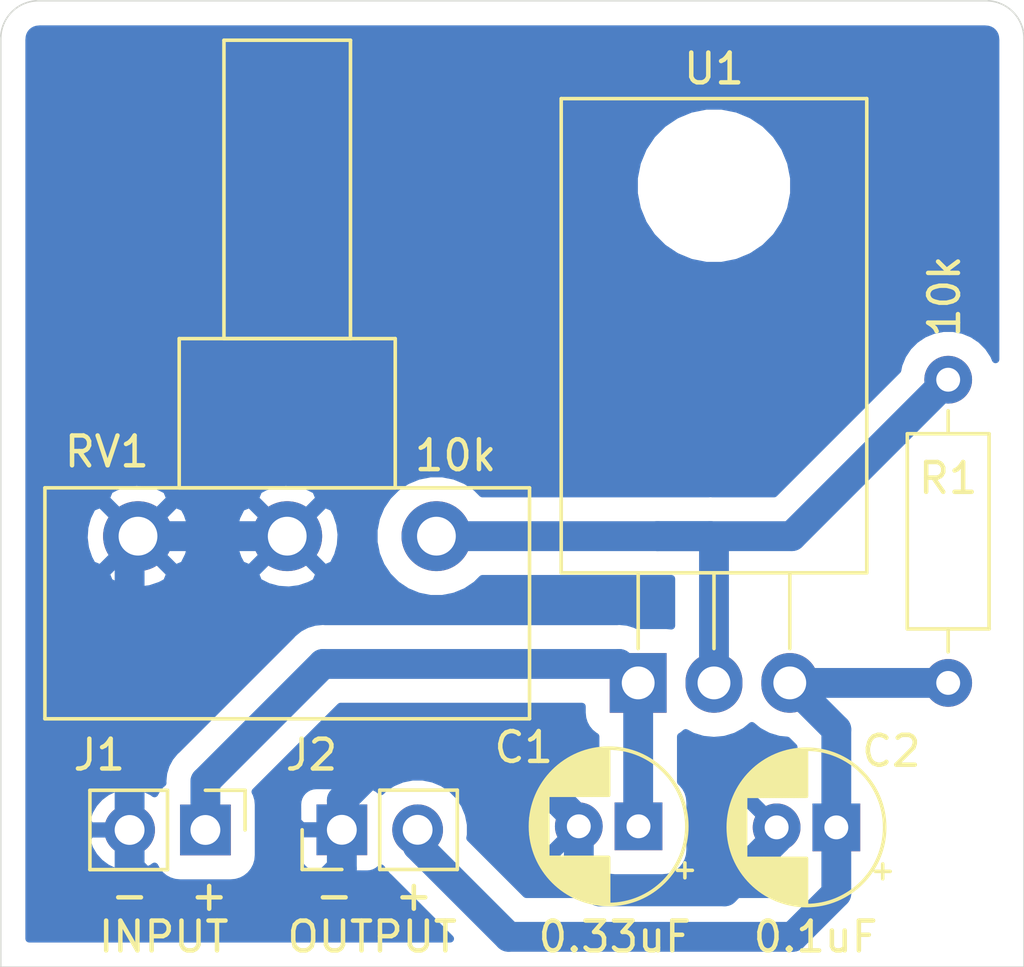
<source format=kicad_pcb>
(kicad_pcb (version 20171130) (host pcbnew "(5.1.5)-2")

  (general
    (thickness 1.6)
    (drawings 12)
    (tracks 39)
    (zones 0)
    (modules 7)
    (nets 5)
  )

  (page A4)
  (layers
    (0 F.Cu signal)
    (31 B.Cu signal)
    (32 B.Adhes user)
    (33 F.Adhes user)
    (34 B.Paste user)
    (35 F.Paste user)
    (36 B.SilkS user)
    (37 F.SilkS user)
    (38 B.Mask user)
    (39 F.Mask user)
    (40 Dwgs.User user)
    (41 Cmts.User user)
    (42 Eco1.User user)
    (43 Eco2.User user)
    (44 Edge.Cuts user)
    (45 Margin user)
    (46 B.CrtYd user)
    (47 F.CrtYd user)
    (48 B.Fab user)
    (49 F.Fab user)
  )

  (setup
    (last_trace_width 1)
    (user_trace_width 1)
    (trace_clearance 0.2)
    (zone_clearance 0.508)
    (zone_45_only no)
    (trace_min 0.2)
    (via_size 0.8)
    (via_drill 0.4)
    (via_min_size 0.4)
    (via_min_drill 0.3)
    (uvia_size 0.3)
    (uvia_drill 0.1)
    (uvias_allowed no)
    (uvia_min_size 0.2)
    (uvia_min_drill 0.1)
    (edge_width 0.05)
    (segment_width 0.2)
    (pcb_text_width 0.3)
    (pcb_text_size 1.5 1.5)
    (mod_edge_width 0.12)
    (mod_text_size 1 1)
    (mod_text_width 0.15)
    (pad_size 1.524 1.524)
    (pad_drill 0.762)
    (pad_to_mask_clearance 0.051)
    (solder_mask_min_width 0.25)
    (aux_axis_origin 0 0)
    (visible_elements FFFFFF7F)
    (pcbplotparams
      (layerselection 0x010fc_ffffffff)
      (usegerberextensions false)
      (usegerberattributes false)
      (usegerberadvancedattributes false)
      (creategerberjobfile false)
      (excludeedgelayer true)
      (linewidth 0.100000)
      (plotframeref false)
      (viasonmask false)
      (mode 1)
      (useauxorigin false)
      (hpglpennumber 1)
      (hpglpenspeed 20)
      (hpglpendiameter 15.000000)
      (psnegative false)
      (psa4output false)
      (plotreference true)
      (plotvalue true)
      (plotinvisibletext false)
      (padsonsilk false)
      (subtractmaskfromsilk false)
      (outputformat 1)
      (mirror false)
      (drillshape 1)
      (scaleselection 1)
      (outputdirectory ""))
  )

  (net 0 "")
  (net 1 "Net-(C1-Pad1)")
  (net 2 GND)
  (net 3 "Net-(C2-Pad1)")
  (net 4 "Net-(R1-Pad2)")

  (net_class Default "This is the default net class."
    (clearance 0.2)
    (trace_width 0.25)
    (via_dia 0.8)
    (via_drill 0.4)
    (uvia_dia 0.3)
    (uvia_drill 0.1)
    (add_net GND)
    (add_net "Net-(C1-Pad1)")
    (add_net "Net-(C2-Pad1)")
    (add_net "Net-(R1-Pad2)")
  )

  (module Capacitor_THT:CP_Radial_D5.0mm_P2.00mm (layer F.Cu) (tedit 5AE50EF0) (tstamp 5E56FAC7)
    (at 98.20656 54.97068 180)
    (descr "CP, Radial series, Radial, pin pitch=2.00mm, , diameter=5mm, Electrolytic Capacitor")
    (tags "CP Radial series Radial pin pitch 2.00mm  diameter 5mm Electrolytic Capacitor")
    (path /5E56A044)
    (fp_text reference C1 (at 3.84556 2.64668) (layer F.SilkS)
      (effects (font (size 1 1) (thickness 0.15)))
    )
    (fp_text value 0.33uF (at 0.79756 -3.70332) (layer F.SilkS)
      (effects (font (size 1 1) (thickness 0.15)))
    )
    (fp_circle (center 1 0) (end 3.5 0) (layer F.Fab) (width 0.1))
    (fp_circle (center 1 0) (end 3.62 0) (layer F.SilkS) (width 0.12))
    (fp_circle (center 1 0) (end 3.75 0) (layer F.CrtYd) (width 0.05))
    (fp_line (start -1.133605 -1.0875) (end -0.633605 -1.0875) (layer F.Fab) (width 0.1))
    (fp_line (start -0.883605 -1.3375) (end -0.883605 -0.8375) (layer F.Fab) (width 0.1))
    (fp_line (start 1 1.04) (end 1 2.58) (layer F.SilkS) (width 0.12))
    (fp_line (start 1 -2.58) (end 1 -1.04) (layer F.SilkS) (width 0.12))
    (fp_line (start 1.04 1.04) (end 1.04 2.58) (layer F.SilkS) (width 0.12))
    (fp_line (start 1.04 -2.58) (end 1.04 -1.04) (layer F.SilkS) (width 0.12))
    (fp_line (start 1.08 -2.579) (end 1.08 -1.04) (layer F.SilkS) (width 0.12))
    (fp_line (start 1.08 1.04) (end 1.08 2.579) (layer F.SilkS) (width 0.12))
    (fp_line (start 1.12 -2.578) (end 1.12 -1.04) (layer F.SilkS) (width 0.12))
    (fp_line (start 1.12 1.04) (end 1.12 2.578) (layer F.SilkS) (width 0.12))
    (fp_line (start 1.16 -2.576) (end 1.16 -1.04) (layer F.SilkS) (width 0.12))
    (fp_line (start 1.16 1.04) (end 1.16 2.576) (layer F.SilkS) (width 0.12))
    (fp_line (start 1.2 -2.573) (end 1.2 -1.04) (layer F.SilkS) (width 0.12))
    (fp_line (start 1.2 1.04) (end 1.2 2.573) (layer F.SilkS) (width 0.12))
    (fp_line (start 1.24 -2.569) (end 1.24 -1.04) (layer F.SilkS) (width 0.12))
    (fp_line (start 1.24 1.04) (end 1.24 2.569) (layer F.SilkS) (width 0.12))
    (fp_line (start 1.28 -2.565) (end 1.28 -1.04) (layer F.SilkS) (width 0.12))
    (fp_line (start 1.28 1.04) (end 1.28 2.565) (layer F.SilkS) (width 0.12))
    (fp_line (start 1.32 -2.561) (end 1.32 -1.04) (layer F.SilkS) (width 0.12))
    (fp_line (start 1.32 1.04) (end 1.32 2.561) (layer F.SilkS) (width 0.12))
    (fp_line (start 1.36 -2.556) (end 1.36 -1.04) (layer F.SilkS) (width 0.12))
    (fp_line (start 1.36 1.04) (end 1.36 2.556) (layer F.SilkS) (width 0.12))
    (fp_line (start 1.4 -2.55) (end 1.4 -1.04) (layer F.SilkS) (width 0.12))
    (fp_line (start 1.4 1.04) (end 1.4 2.55) (layer F.SilkS) (width 0.12))
    (fp_line (start 1.44 -2.543) (end 1.44 -1.04) (layer F.SilkS) (width 0.12))
    (fp_line (start 1.44 1.04) (end 1.44 2.543) (layer F.SilkS) (width 0.12))
    (fp_line (start 1.48 -2.536) (end 1.48 -1.04) (layer F.SilkS) (width 0.12))
    (fp_line (start 1.48 1.04) (end 1.48 2.536) (layer F.SilkS) (width 0.12))
    (fp_line (start 1.52 -2.528) (end 1.52 -1.04) (layer F.SilkS) (width 0.12))
    (fp_line (start 1.52 1.04) (end 1.52 2.528) (layer F.SilkS) (width 0.12))
    (fp_line (start 1.56 -2.52) (end 1.56 -1.04) (layer F.SilkS) (width 0.12))
    (fp_line (start 1.56 1.04) (end 1.56 2.52) (layer F.SilkS) (width 0.12))
    (fp_line (start 1.6 -2.511) (end 1.6 -1.04) (layer F.SilkS) (width 0.12))
    (fp_line (start 1.6 1.04) (end 1.6 2.511) (layer F.SilkS) (width 0.12))
    (fp_line (start 1.64 -2.501) (end 1.64 -1.04) (layer F.SilkS) (width 0.12))
    (fp_line (start 1.64 1.04) (end 1.64 2.501) (layer F.SilkS) (width 0.12))
    (fp_line (start 1.68 -2.491) (end 1.68 -1.04) (layer F.SilkS) (width 0.12))
    (fp_line (start 1.68 1.04) (end 1.68 2.491) (layer F.SilkS) (width 0.12))
    (fp_line (start 1.721 -2.48) (end 1.721 -1.04) (layer F.SilkS) (width 0.12))
    (fp_line (start 1.721 1.04) (end 1.721 2.48) (layer F.SilkS) (width 0.12))
    (fp_line (start 1.761 -2.468) (end 1.761 -1.04) (layer F.SilkS) (width 0.12))
    (fp_line (start 1.761 1.04) (end 1.761 2.468) (layer F.SilkS) (width 0.12))
    (fp_line (start 1.801 -2.455) (end 1.801 -1.04) (layer F.SilkS) (width 0.12))
    (fp_line (start 1.801 1.04) (end 1.801 2.455) (layer F.SilkS) (width 0.12))
    (fp_line (start 1.841 -2.442) (end 1.841 -1.04) (layer F.SilkS) (width 0.12))
    (fp_line (start 1.841 1.04) (end 1.841 2.442) (layer F.SilkS) (width 0.12))
    (fp_line (start 1.881 -2.428) (end 1.881 -1.04) (layer F.SilkS) (width 0.12))
    (fp_line (start 1.881 1.04) (end 1.881 2.428) (layer F.SilkS) (width 0.12))
    (fp_line (start 1.921 -2.414) (end 1.921 -1.04) (layer F.SilkS) (width 0.12))
    (fp_line (start 1.921 1.04) (end 1.921 2.414) (layer F.SilkS) (width 0.12))
    (fp_line (start 1.961 -2.398) (end 1.961 -1.04) (layer F.SilkS) (width 0.12))
    (fp_line (start 1.961 1.04) (end 1.961 2.398) (layer F.SilkS) (width 0.12))
    (fp_line (start 2.001 -2.382) (end 2.001 -1.04) (layer F.SilkS) (width 0.12))
    (fp_line (start 2.001 1.04) (end 2.001 2.382) (layer F.SilkS) (width 0.12))
    (fp_line (start 2.041 -2.365) (end 2.041 -1.04) (layer F.SilkS) (width 0.12))
    (fp_line (start 2.041 1.04) (end 2.041 2.365) (layer F.SilkS) (width 0.12))
    (fp_line (start 2.081 -2.348) (end 2.081 -1.04) (layer F.SilkS) (width 0.12))
    (fp_line (start 2.081 1.04) (end 2.081 2.348) (layer F.SilkS) (width 0.12))
    (fp_line (start 2.121 -2.329) (end 2.121 -1.04) (layer F.SilkS) (width 0.12))
    (fp_line (start 2.121 1.04) (end 2.121 2.329) (layer F.SilkS) (width 0.12))
    (fp_line (start 2.161 -2.31) (end 2.161 -1.04) (layer F.SilkS) (width 0.12))
    (fp_line (start 2.161 1.04) (end 2.161 2.31) (layer F.SilkS) (width 0.12))
    (fp_line (start 2.201 -2.29) (end 2.201 -1.04) (layer F.SilkS) (width 0.12))
    (fp_line (start 2.201 1.04) (end 2.201 2.29) (layer F.SilkS) (width 0.12))
    (fp_line (start 2.241 -2.268) (end 2.241 -1.04) (layer F.SilkS) (width 0.12))
    (fp_line (start 2.241 1.04) (end 2.241 2.268) (layer F.SilkS) (width 0.12))
    (fp_line (start 2.281 -2.247) (end 2.281 -1.04) (layer F.SilkS) (width 0.12))
    (fp_line (start 2.281 1.04) (end 2.281 2.247) (layer F.SilkS) (width 0.12))
    (fp_line (start 2.321 -2.224) (end 2.321 -1.04) (layer F.SilkS) (width 0.12))
    (fp_line (start 2.321 1.04) (end 2.321 2.224) (layer F.SilkS) (width 0.12))
    (fp_line (start 2.361 -2.2) (end 2.361 -1.04) (layer F.SilkS) (width 0.12))
    (fp_line (start 2.361 1.04) (end 2.361 2.2) (layer F.SilkS) (width 0.12))
    (fp_line (start 2.401 -2.175) (end 2.401 -1.04) (layer F.SilkS) (width 0.12))
    (fp_line (start 2.401 1.04) (end 2.401 2.175) (layer F.SilkS) (width 0.12))
    (fp_line (start 2.441 -2.149) (end 2.441 -1.04) (layer F.SilkS) (width 0.12))
    (fp_line (start 2.441 1.04) (end 2.441 2.149) (layer F.SilkS) (width 0.12))
    (fp_line (start 2.481 -2.122) (end 2.481 -1.04) (layer F.SilkS) (width 0.12))
    (fp_line (start 2.481 1.04) (end 2.481 2.122) (layer F.SilkS) (width 0.12))
    (fp_line (start 2.521 -2.095) (end 2.521 -1.04) (layer F.SilkS) (width 0.12))
    (fp_line (start 2.521 1.04) (end 2.521 2.095) (layer F.SilkS) (width 0.12))
    (fp_line (start 2.561 -2.065) (end 2.561 -1.04) (layer F.SilkS) (width 0.12))
    (fp_line (start 2.561 1.04) (end 2.561 2.065) (layer F.SilkS) (width 0.12))
    (fp_line (start 2.601 -2.035) (end 2.601 -1.04) (layer F.SilkS) (width 0.12))
    (fp_line (start 2.601 1.04) (end 2.601 2.035) (layer F.SilkS) (width 0.12))
    (fp_line (start 2.641 -2.004) (end 2.641 -1.04) (layer F.SilkS) (width 0.12))
    (fp_line (start 2.641 1.04) (end 2.641 2.004) (layer F.SilkS) (width 0.12))
    (fp_line (start 2.681 -1.971) (end 2.681 -1.04) (layer F.SilkS) (width 0.12))
    (fp_line (start 2.681 1.04) (end 2.681 1.971) (layer F.SilkS) (width 0.12))
    (fp_line (start 2.721 -1.937) (end 2.721 -1.04) (layer F.SilkS) (width 0.12))
    (fp_line (start 2.721 1.04) (end 2.721 1.937) (layer F.SilkS) (width 0.12))
    (fp_line (start 2.761 -1.901) (end 2.761 -1.04) (layer F.SilkS) (width 0.12))
    (fp_line (start 2.761 1.04) (end 2.761 1.901) (layer F.SilkS) (width 0.12))
    (fp_line (start 2.801 -1.864) (end 2.801 -1.04) (layer F.SilkS) (width 0.12))
    (fp_line (start 2.801 1.04) (end 2.801 1.864) (layer F.SilkS) (width 0.12))
    (fp_line (start 2.841 -1.826) (end 2.841 -1.04) (layer F.SilkS) (width 0.12))
    (fp_line (start 2.841 1.04) (end 2.841 1.826) (layer F.SilkS) (width 0.12))
    (fp_line (start 2.881 -1.785) (end 2.881 -1.04) (layer F.SilkS) (width 0.12))
    (fp_line (start 2.881 1.04) (end 2.881 1.785) (layer F.SilkS) (width 0.12))
    (fp_line (start 2.921 -1.743) (end 2.921 -1.04) (layer F.SilkS) (width 0.12))
    (fp_line (start 2.921 1.04) (end 2.921 1.743) (layer F.SilkS) (width 0.12))
    (fp_line (start 2.961 -1.699) (end 2.961 -1.04) (layer F.SilkS) (width 0.12))
    (fp_line (start 2.961 1.04) (end 2.961 1.699) (layer F.SilkS) (width 0.12))
    (fp_line (start 3.001 -1.653) (end 3.001 -1.04) (layer F.SilkS) (width 0.12))
    (fp_line (start 3.001 1.04) (end 3.001 1.653) (layer F.SilkS) (width 0.12))
    (fp_line (start 3.041 -1.605) (end 3.041 1.605) (layer F.SilkS) (width 0.12))
    (fp_line (start 3.081 -1.554) (end 3.081 1.554) (layer F.SilkS) (width 0.12))
    (fp_line (start 3.121 -1.5) (end 3.121 1.5) (layer F.SilkS) (width 0.12))
    (fp_line (start 3.161 -1.443) (end 3.161 1.443) (layer F.SilkS) (width 0.12))
    (fp_line (start 3.201 -1.383) (end 3.201 1.383) (layer F.SilkS) (width 0.12))
    (fp_line (start 3.241 -1.319) (end 3.241 1.319) (layer F.SilkS) (width 0.12))
    (fp_line (start 3.281 -1.251) (end 3.281 1.251) (layer F.SilkS) (width 0.12))
    (fp_line (start 3.321 -1.178) (end 3.321 1.178) (layer F.SilkS) (width 0.12))
    (fp_line (start 3.361 -1.098) (end 3.361 1.098) (layer F.SilkS) (width 0.12))
    (fp_line (start 3.401 -1.011) (end 3.401 1.011) (layer F.SilkS) (width 0.12))
    (fp_line (start 3.441 -0.915) (end 3.441 0.915) (layer F.SilkS) (width 0.12))
    (fp_line (start 3.481 -0.805) (end 3.481 0.805) (layer F.SilkS) (width 0.12))
    (fp_line (start 3.521 -0.677) (end 3.521 0.677) (layer F.SilkS) (width 0.12))
    (fp_line (start 3.561 -0.518) (end 3.561 0.518) (layer F.SilkS) (width 0.12))
    (fp_line (start 3.601 -0.284) (end 3.601 0.284) (layer F.SilkS) (width 0.12))
    (fp_line (start -1.804775 -1.475) (end -1.304775 -1.475) (layer F.SilkS) (width 0.12))
    (fp_line (start -1.554775 -1.725) (end -1.554775 -1.225) (layer F.SilkS) (width 0.12))
    (fp_text user %R (at 1 0) (layer F.Fab)
      (effects (font (size 1 1) (thickness 0.15)))
    )
    (pad 1 thru_hole rect (at 0 0 180) (size 1.6 1.6) (drill 0.8) (layers *.Cu *.Mask)
      (net 1 "Net-(C1-Pad1)"))
    (pad 2 thru_hole circle (at 2 0 180) (size 1.6 1.6) (drill 0.8) (layers *.Cu *.Mask)
      (net 2 GND))
    (model ${KISYS3DMOD}/Capacitor_THT.3dshapes/CP_Radial_D5.0mm_P2.00mm.wrl
      (at (xyz 0 0 0))
      (scale (xyz 1 1 1))
      (rotate (xyz 0 0 0))
    )
  )

  (module Capacitor_THT:CP_Radial_D5.0mm_P2.00mm (layer F.Cu) (tedit 5AE50EF0) (tstamp 5E56FB4A)
    (at 104.83596 55.00624 180)
    (descr "CP, Radial series, Radial, pin pitch=2.00mm, , diameter=5mm, Electrolytic Capacitor")
    (tags "CP Radial series Radial pin pitch 2.00mm  diameter 5mm Electrolytic Capacitor")
    (path /5E56C9EB)
    (fp_text reference C2 (at -1.84404 2.55524) (layer F.SilkS)
      (effects (font (size 1 1) (thickness 0.15)))
    )
    (fp_text value 0.1uF (at 0.69596 -3.66776) (layer F.SilkS)
      (effects (font (size 1 1) (thickness 0.15)))
    )
    (fp_text user %R (at 1 0) (layer F.Fab)
      (effects (font (size 1 1) (thickness 0.15)))
    )
    (fp_line (start -1.554775 -1.725) (end -1.554775 -1.225) (layer F.SilkS) (width 0.12))
    (fp_line (start -1.804775 -1.475) (end -1.304775 -1.475) (layer F.SilkS) (width 0.12))
    (fp_line (start 3.601 -0.284) (end 3.601 0.284) (layer F.SilkS) (width 0.12))
    (fp_line (start 3.561 -0.518) (end 3.561 0.518) (layer F.SilkS) (width 0.12))
    (fp_line (start 3.521 -0.677) (end 3.521 0.677) (layer F.SilkS) (width 0.12))
    (fp_line (start 3.481 -0.805) (end 3.481 0.805) (layer F.SilkS) (width 0.12))
    (fp_line (start 3.441 -0.915) (end 3.441 0.915) (layer F.SilkS) (width 0.12))
    (fp_line (start 3.401 -1.011) (end 3.401 1.011) (layer F.SilkS) (width 0.12))
    (fp_line (start 3.361 -1.098) (end 3.361 1.098) (layer F.SilkS) (width 0.12))
    (fp_line (start 3.321 -1.178) (end 3.321 1.178) (layer F.SilkS) (width 0.12))
    (fp_line (start 3.281 -1.251) (end 3.281 1.251) (layer F.SilkS) (width 0.12))
    (fp_line (start 3.241 -1.319) (end 3.241 1.319) (layer F.SilkS) (width 0.12))
    (fp_line (start 3.201 -1.383) (end 3.201 1.383) (layer F.SilkS) (width 0.12))
    (fp_line (start 3.161 -1.443) (end 3.161 1.443) (layer F.SilkS) (width 0.12))
    (fp_line (start 3.121 -1.5) (end 3.121 1.5) (layer F.SilkS) (width 0.12))
    (fp_line (start 3.081 -1.554) (end 3.081 1.554) (layer F.SilkS) (width 0.12))
    (fp_line (start 3.041 -1.605) (end 3.041 1.605) (layer F.SilkS) (width 0.12))
    (fp_line (start 3.001 1.04) (end 3.001 1.653) (layer F.SilkS) (width 0.12))
    (fp_line (start 3.001 -1.653) (end 3.001 -1.04) (layer F.SilkS) (width 0.12))
    (fp_line (start 2.961 1.04) (end 2.961 1.699) (layer F.SilkS) (width 0.12))
    (fp_line (start 2.961 -1.699) (end 2.961 -1.04) (layer F.SilkS) (width 0.12))
    (fp_line (start 2.921 1.04) (end 2.921 1.743) (layer F.SilkS) (width 0.12))
    (fp_line (start 2.921 -1.743) (end 2.921 -1.04) (layer F.SilkS) (width 0.12))
    (fp_line (start 2.881 1.04) (end 2.881 1.785) (layer F.SilkS) (width 0.12))
    (fp_line (start 2.881 -1.785) (end 2.881 -1.04) (layer F.SilkS) (width 0.12))
    (fp_line (start 2.841 1.04) (end 2.841 1.826) (layer F.SilkS) (width 0.12))
    (fp_line (start 2.841 -1.826) (end 2.841 -1.04) (layer F.SilkS) (width 0.12))
    (fp_line (start 2.801 1.04) (end 2.801 1.864) (layer F.SilkS) (width 0.12))
    (fp_line (start 2.801 -1.864) (end 2.801 -1.04) (layer F.SilkS) (width 0.12))
    (fp_line (start 2.761 1.04) (end 2.761 1.901) (layer F.SilkS) (width 0.12))
    (fp_line (start 2.761 -1.901) (end 2.761 -1.04) (layer F.SilkS) (width 0.12))
    (fp_line (start 2.721 1.04) (end 2.721 1.937) (layer F.SilkS) (width 0.12))
    (fp_line (start 2.721 -1.937) (end 2.721 -1.04) (layer F.SilkS) (width 0.12))
    (fp_line (start 2.681 1.04) (end 2.681 1.971) (layer F.SilkS) (width 0.12))
    (fp_line (start 2.681 -1.971) (end 2.681 -1.04) (layer F.SilkS) (width 0.12))
    (fp_line (start 2.641 1.04) (end 2.641 2.004) (layer F.SilkS) (width 0.12))
    (fp_line (start 2.641 -2.004) (end 2.641 -1.04) (layer F.SilkS) (width 0.12))
    (fp_line (start 2.601 1.04) (end 2.601 2.035) (layer F.SilkS) (width 0.12))
    (fp_line (start 2.601 -2.035) (end 2.601 -1.04) (layer F.SilkS) (width 0.12))
    (fp_line (start 2.561 1.04) (end 2.561 2.065) (layer F.SilkS) (width 0.12))
    (fp_line (start 2.561 -2.065) (end 2.561 -1.04) (layer F.SilkS) (width 0.12))
    (fp_line (start 2.521 1.04) (end 2.521 2.095) (layer F.SilkS) (width 0.12))
    (fp_line (start 2.521 -2.095) (end 2.521 -1.04) (layer F.SilkS) (width 0.12))
    (fp_line (start 2.481 1.04) (end 2.481 2.122) (layer F.SilkS) (width 0.12))
    (fp_line (start 2.481 -2.122) (end 2.481 -1.04) (layer F.SilkS) (width 0.12))
    (fp_line (start 2.441 1.04) (end 2.441 2.149) (layer F.SilkS) (width 0.12))
    (fp_line (start 2.441 -2.149) (end 2.441 -1.04) (layer F.SilkS) (width 0.12))
    (fp_line (start 2.401 1.04) (end 2.401 2.175) (layer F.SilkS) (width 0.12))
    (fp_line (start 2.401 -2.175) (end 2.401 -1.04) (layer F.SilkS) (width 0.12))
    (fp_line (start 2.361 1.04) (end 2.361 2.2) (layer F.SilkS) (width 0.12))
    (fp_line (start 2.361 -2.2) (end 2.361 -1.04) (layer F.SilkS) (width 0.12))
    (fp_line (start 2.321 1.04) (end 2.321 2.224) (layer F.SilkS) (width 0.12))
    (fp_line (start 2.321 -2.224) (end 2.321 -1.04) (layer F.SilkS) (width 0.12))
    (fp_line (start 2.281 1.04) (end 2.281 2.247) (layer F.SilkS) (width 0.12))
    (fp_line (start 2.281 -2.247) (end 2.281 -1.04) (layer F.SilkS) (width 0.12))
    (fp_line (start 2.241 1.04) (end 2.241 2.268) (layer F.SilkS) (width 0.12))
    (fp_line (start 2.241 -2.268) (end 2.241 -1.04) (layer F.SilkS) (width 0.12))
    (fp_line (start 2.201 1.04) (end 2.201 2.29) (layer F.SilkS) (width 0.12))
    (fp_line (start 2.201 -2.29) (end 2.201 -1.04) (layer F.SilkS) (width 0.12))
    (fp_line (start 2.161 1.04) (end 2.161 2.31) (layer F.SilkS) (width 0.12))
    (fp_line (start 2.161 -2.31) (end 2.161 -1.04) (layer F.SilkS) (width 0.12))
    (fp_line (start 2.121 1.04) (end 2.121 2.329) (layer F.SilkS) (width 0.12))
    (fp_line (start 2.121 -2.329) (end 2.121 -1.04) (layer F.SilkS) (width 0.12))
    (fp_line (start 2.081 1.04) (end 2.081 2.348) (layer F.SilkS) (width 0.12))
    (fp_line (start 2.081 -2.348) (end 2.081 -1.04) (layer F.SilkS) (width 0.12))
    (fp_line (start 2.041 1.04) (end 2.041 2.365) (layer F.SilkS) (width 0.12))
    (fp_line (start 2.041 -2.365) (end 2.041 -1.04) (layer F.SilkS) (width 0.12))
    (fp_line (start 2.001 1.04) (end 2.001 2.382) (layer F.SilkS) (width 0.12))
    (fp_line (start 2.001 -2.382) (end 2.001 -1.04) (layer F.SilkS) (width 0.12))
    (fp_line (start 1.961 1.04) (end 1.961 2.398) (layer F.SilkS) (width 0.12))
    (fp_line (start 1.961 -2.398) (end 1.961 -1.04) (layer F.SilkS) (width 0.12))
    (fp_line (start 1.921 1.04) (end 1.921 2.414) (layer F.SilkS) (width 0.12))
    (fp_line (start 1.921 -2.414) (end 1.921 -1.04) (layer F.SilkS) (width 0.12))
    (fp_line (start 1.881 1.04) (end 1.881 2.428) (layer F.SilkS) (width 0.12))
    (fp_line (start 1.881 -2.428) (end 1.881 -1.04) (layer F.SilkS) (width 0.12))
    (fp_line (start 1.841 1.04) (end 1.841 2.442) (layer F.SilkS) (width 0.12))
    (fp_line (start 1.841 -2.442) (end 1.841 -1.04) (layer F.SilkS) (width 0.12))
    (fp_line (start 1.801 1.04) (end 1.801 2.455) (layer F.SilkS) (width 0.12))
    (fp_line (start 1.801 -2.455) (end 1.801 -1.04) (layer F.SilkS) (width 0.12))
    (fp_line (start 1.761 1.04) (end 1.761 2.468) (layer F.SilkS) (width 0.12))
    (fp_line (start 1.761 -2.468) (end 1.761 -1.04) (layer F.SilkS) (width 0.12))
    (fp_line (start 1.721 1.04) (end 1.721 2.48) (layer F.SilkS) (width 0.12))
    (fp_line (start 1.721 -2.48) (end 1.721 -1.04) (layer F.SilkS) (width 0.12))
    (fp_line (start 1.68 1.04) (end 1.68 2.491) (layer F.SilkS) (width 0.12))
    (fp_line (start 1.68 -2.491) (end 1.68 -1.04) (layer F.SilkS) (width 0.12))
    (fp_line (start 1.64 1.04) (end 1.64 2.501) (layer F.SilkS) (width 0.12))
    (fp_line (start 1.64 -2.501) (end 1.64 -1.04) (layer F.SilkS) (width 0.12))
    (fp_line (start 1.6 1.04) (end 1.6 2.511) (layer F.SilkS) (width 0.12))
    (fp_line (start 1.6 -2.511) (end 1.6 -1.04) (layer F.SilkS) (width 0.12))
    (fp_line (start 1.56 1.04) (end 1.56 2.52) (layer F.SilkS) (width 0.12))
    (fp_line (start 1.56 -2.52) (end 1.56 -1.04) (layer F.SilkS) (width 0.12))
    (fp_line (start 1.52 1.04) (end 1.52 2.528) (layer F.SilkS) (width 0.12))
    (fp_line (start 1.52 -2.528) (end 1.52 -1.04) (layer F.SilkS) (width 0.12))
    (fp_line (start 1.48 1.04) (end 1.48 2.536) (layer F.SilkS) (width 0.12))
    (fp_line (start 1.48 -2.536) (end 1.48 -1.04) (layer F.SilkS) (width 0.12))
    (fp_line (start 1.44 1.04) (end 1.44 2.543) (layer F.SilkS) (width 0.12))
    (fp_line (start 1.44 -2.543) (end 1.44 -1.04) (layer F.SilkS) (width 0.12))
    (fp_line (start 1.4 1.04) (end 1.4 2.55) (layer F.SilkS) (width 0.12))
    (fp_line (start 1.4 -2.55) (end 1.4 -1.04) (layer F.SilkS) (width 0.12))
    (fp_line (start 1.36 1.04) (end 1.36 2.556) (layer F.SilkS) (width 0.12))
    (fp_line (start 1.36 -2.556) (end 1.36 -1.04) (layer F.SilkS) (width 0.12))
    (fp_line (start 1.32 1.04) (end 1.32 2.561) (layer F.SilkS) (width 0.12))
    (fp_line (start 1.32 -2.561) (end 1.32 -1.04) (layer F.SilkS) (width 0.12))
    (fp_line (start 1.28 1.04) (end 1.28 2.565) (layer F.SilkS) (width 0.12))
    (fp_line (start 1.28 -2.565) (end 1.28 -1.04) (layer F.SilkS) (width 0.12))
    (fp_line (start 1.24 1.04) (end 1.24 2.569) (layer F.SilkS) (width 0.12))
    (fp_line (start 1.24 -2.569) (end 1.24 -1.04) (layer F.SilkS) (width 0.12))
    (fp_line (start 1.2 1.04) (end 1.2 2.573) (layer F.SilkS) (width 0.12))
    (fp_line (start 1.2 -2.573) (end 1.2 -1.04) (layer F.SilkS) (width 0.12))
    (fp_line (start 1.16 1.04) (end 1.16 2.576) (layer F.SilkS) (width 0.12))
    (fp_line (start 1.16 -2.576) (end 1.16 -1.04) (layer F.SilkS) (width 0.12))
    (fp_line (start 1.12 1.04) (end 1.12 2.578) (layer F.SilkS) (width 0.12))
    (fp_line (start 1.12 -2.578) (end 1.12 -1.04) (layer F.SilkS) (width 0.12))
    (fp_line (start 1.08 1.04) (end 1.08 2.579) (layer F.SilkS) (width 0.12))
    (fp_line (start 1.08 -2.579) (end 1.08 -1.04) (layer F.SilkS) (width 0.12))
    (fp_line (start 1.04 -2.58) (end 1.04 -1.04) (layer F.SilkS) (width 0.12))
    (fp_line (start 1.04 1.04) (end 1.04 2.58) (layer F.SilkS) (width 0.12))
    (fp_line (start 1 -2.58) (end 1 -1.04) (layer F.SilkS) (width 0.12))
    (fp_line (start 1 1.04) (end 1 2.58) (layer F.SilkS) (width 0.12))
    (fp_line (start -0.883605 -1.3375) (end -0.883605 -0.8375) (layer F.Fab) (width 0.1))
    (fp_line (start -1.133605 -1.0875) (end -0.633605 -1.0875) (layer F.Fab) (width 0.1))
    (fp_circle (center 1 0) (end 3.75 0) (layer F.CrtYd) (width 0.05))
    (fp_circle (center 1 0) (end 3.62 0) (layer F.SilkS) (width 0.12))
    (fp_circle (center 1 0) (end 3.5 0) (layer F.Fab) (width 0.1))
    (pad 2 thru_hole circle (at 2 0 180) (size 1.6 1.6) (drill 0.8) (layers *.Cu *.Mask)
      (net 2 GND))
    (pad 1 thru_hole rect (at 0 0 180) (size 1.6 1.6) (drill 0.8) (layers *.Cu *.Mask)
      (net 3 "Net-(C2-Pad1)"))
    (model ${KISYS3DMOD}/Capacitor_THT.3dshapes/CP_Radial_D5.0mm_P2.00mm.wrl
      (at (xyz 0 0 0))
      (scale (xyz 1 1 1))
      (rotate (xyz 0 0 0))
    )
  )

  (module Connector_PinHeader_2.54mm:PinHeader_1x02_P2.54mm_Vertical (layer F.Cu) (tedit 59FED5CC) (tstamp 5E56FB60)
    (at 83.693 55.0926 270)
    (descr "Through hole straight pin header, 1x02, 2.54mm pitch, single row")
    (tags "Through hole pin header THT 1x02 2.54mm single row")
    (path /5E56DE2B)
    (fp_text reference J1 (at -2.5146 3.556) (layer F.SilkS)
      (effects (font (size 1 1) (thickness 0.15)))
    )
    (fp_text value INPUT (at 0 4.87 90) (layer F.Fab)
      (effects (font (size 1 1) (thickness 0.15)))
    )
    (fp_line (start -0.635 -1.27) (end 1.27 -1.27) (layer F.Fab) (width 0.1))
    (fp_line (start 1.27 -1.27) (end 1.27 3.81) (layer F.Fab) (width 0.1))
    (fp_line (start 1.27 3.81) (end -1.27 3.81) (layer F.Fab) (width 0.1))
    (fp_line (start -1.27 3.81) (end -1.27 -0.635) (layer F.Fab) (width 0.1))
    (fp_line (start -1.27 -0.635) (end -0.635 -1.27) (layer F.Fab) (width 0.1))
    (fp_line (start -1.33 3.87) (end 1.33 3.87) (layer F.SilkS) (width 0.12))
    (fp_line (start -1.33 1.27) (end -1.33 3.87) (layer F.SilkS) (width 0.12))
    (fp_line (start 1.33 1.27) (end 1.33 3.87) (layer F.SilkS) (width 0.12))
    (fp_line (start -1.33 1.27) (end 1.33 1.27) (layer F.SilkS) (width 0.12))
    (fp_line (start -1.33 0) (end -1.33 -1.33) (layer F.SilkS) (width 0.12))
    (fp_line (start -1.33 -1.33) (end 0 -1.33) (layer F.SilkS) (width 0.12))
    (fp_line (start -1.8 -1.8) (end -1.8 4.35) (layer F.CrtYd) (width 0.05))
    (fp_line (start -1.8 4.35) (end 1.8 4.35) (layer F.CrtYd) (width 0.05))
    (fp_line (start 1.8 4.35) (end 1.8 -1.8) (layer F.CrtYd) (width 0.05))
    (fp_line (start 1.8 -1.8) (end -1.8 -1.8) (layer F.CrtYd) (width 0.05))
    (fp_text user %R (at 0 1.27) (layer F.Fab)
      (effects (font (size 1 1) (thickness 0.15)))
    )
    (pad 1 thru_hole rect (at 0 0 270) (size 1.7 1.7) (drill 1) (layers *.Cu *.Mask)
      (net 1 "Net-(C1-Pad1)"))
    (pad 2 thru_hole oval (at 0 2.54 270) (size 1.7 1.7) (drill 1) (layers *.Cu *.Mask)
      (net 2 GND))
    (model ${KISYS3DMOD}/Connector_PinHeader_2.54mm.3dshapes/PinHeader_1x02_P2.54mm_Vertical.wrl
      (at (xyz 0 0 0))
      (scale (xyz 1 1 1))
      (rotate (xyz 0 0 0))
    )
  )

  (module Connector_PinHeader_2.54mm:PinHeader_1x02_P2.54mm_Vertical (layer F.Cu) (tedit 59FED5CC) (tstamp 5E56FB76)
    (at 88.265 55.08752 90)
    (descr "Through hole straight pin header, 1x02, 2.54mm pitch, single row")
    (tags "Through hole pin header THT 1x02 2.54mm single row")
    (path /5E56EBFA)
    (fp_text reference J2 (at 2.50952 -1.016 180) (layer F.SilkS)
      (effects (font (size 1 1) (thickness 0.15)))
    )
    (fp_text value OUTPUT (at 0 4.87 90) (layer F.Fab)
      (effects (font (size 1 1) (thickness 0.15)))
    )
    (fp_text user %R (at 0 1.27) (layer F.Fab)
      (effects (font (size 1 1) (thickness 0.15)))
    )
    (fp_line (start 1.8 -1.8) (end -1.8 -1.8) (layer F.CrtYd) (width 0.05))
    (fp_line (start 1.8 4.35) (end 1.8 -1.8) (layer F.CrtYd) (width 0.05))
    (fp_line (start -1.8 4.35) (end 1.8 4.35) (layer F.CrtYd) (width 0.05))
    (fp_line (start -1.8 -1.8) (end -1.8 4.35) (layer F.CrtYd) (width 0.05))
    (fp_line (start -1.33 -1.33) (end 0 -1.33) (layer F.SilkS) (width 0.12))
    (fp_line (start -1.33 0) (end -1.33 -1.33) (layer F.SilkS) (width 0.12))
    (fp_line (start -1.33 1.27) (end 1.33 1.27) (layer F.SilkS) (width 0.12))
    (fp_line (start 1.33 1.27) (end 1.33 3.87) (layer F.SilkS) (width 0.12))
    (fp_line (start -1.33 1.27) (end -1.33 3.87) (layer F.SilkS) (width 0.12))
    (fp_line (start -1.33 3.87) (end 1.33 3.87) (layer F.SilkS) (width 0.12))
    (fp_line (start -1.27 -0.635) (end -0.635 -1.27) (layer F.Fab) (width 0.1))
    (fp_line (start -1.27 3.81) (end -1.27 -0.635) (layer F.Fab) (width 0.1))
    (fp_line (start 1.27 3.81) (end -1.27 3.81) (layer F.Fab) (width 0.1))
    (fp_line (start 1.27 -1.27) (end 1.27 3.81) (layer F.Fab) (width 0.1))
    (fp_line (start -0.635 -1.27) (end 1.27 -1.27) (layer F.Fab) (width 0.1))
    (pad 2 thru_hole oval (at 0 2.54 90) (size 1.7 1.7) (drill 1) (layers *.Cu *.Mask)
      (net 3 "Net-(C2-Pad1)"))
    (pad 1 thru_hole rect (at 0 0 90) (size 1.7 1.7) (drill 1) (layers *.Cu *.Mask)
      (net 2 GND))
    (model ${KISYS3DMOD}/Connector_PinHeader_2.54mm.3dshapes/PinHeader_1x02_P2.54mm_Vertical.wrl
      (at (xyz 0 0 0))
      (scale (xyz 1 1 1))
      (rotate (xyz 0 0 0))
    )
  )

  (module Resistor_THT:R_Axial_DIN0207_L6.3mm_D2.5mm_P10.16mm_Horizontal (layer F.Cu) (tedit 5AE5139B) (tstamp 5E56FB8D)
    (at 108.585 50.165 90)
    (descr "Resistor, Axial_DIN0207 series, Axial, Horizontal, pin pitch=10.16mm, 0.25W = 1/4W, length*diameter=6.3*2.5mm^2, http://cdn-reichelt.de/documents/datenblatt/B400/1_4W%23YAG.pdf")
    (tags "Resistor Axial_DIN0207 series Axial Horizontal pin pitch 10.16mm 0.25W = 1/4W length 6.3mm diameter 2.5mm")
    (path /5E56AFB6)
    (fp_text reference R1 (at 6.858 0 180) (layer F.SilkS)
      (effects (font (size 1 1) (thickness 0.15)))
    )
    (fp_text value 10k (at 12.954 -0.127 90) (layer F.SilkS)
      (effects (font (size 1 1) (thickness 0.15)))
    )
    (fp_line (start 1.93 -1.25) (end 1.93 1.25) (layer F.Fab) (width 0.1))
    (fp_line (start 1.93 1.25) (end 8.23 1.25) (layer F.Fab) (width 0.1))
    (fp_line (start 8.23 1.25) (end 8.23 -1.25) (layer F.Fab) (width 0.1))
    (fp_line (start 8.23 -1.25) (end 1.93 -1.25) (layer F.Fab) (width 0.1))
    (fp_line (start 0 0) (end 1.93 0) (layer F.Fab) (width 0.1))
    (fp_line (start 10.16 0) (end 8.23 0) (layer F.Fab) (width 0.1))
    (fp_line (start 1.81 -1.37) (end 1.81 1.37) (layer F.SilkS) (width 0.12))
    (fp_line (start 1.81 1.37) (end 8.35 1.37) (layer F.SilkS) (width 0.12))
    (fp_line (start 8.35 1.37) (end 8.35 -1.37) (layer F.SilkS) (width 0.12))
    (fp_line (start 8.35 -1.37) (end 1.81 -1.37) (layer F.SilkS) (width 0.12))
    (fp_line (start 1.04 0) (end 1.81 0) (layer F.SilkS) (width 0.12))
    (fp_line (start 9.12 0) (end 8.35 0) (layer F.SilkS) (width 0.12))
    (fp_line (start -1.05 -1.5) (end -1.05 1.5) (layer F.CrtYd) (width 0.05))
    (fp_line (start -1.05 1.5) (end 11.21 1.5) (layer F.CrtYd) (width 0.05))
    (fp_line (start 11.21 1.5) (end 11.21 -1.5) (layer F.CrtYd) (width 0.05))
    (fp_line (start 11.21 -1.5) (end -1.05 -1.5) (layer F.CrtYd) (width 0.05))
    (fp_text user %R (at 5.08 0 90) (layer F.Fab)
      (effects (font (size 1 1) (thickness 0.15)))
    )
    (pad 1 thru_hole circle (at 0 0 90) (size 1.6 1.6) (drill 0.8) (layers *.Cu *.Mask)
      (net 3 "Net-(C2-Pad1)"))
    (pad 2 thru_hole oval (at 10.16 0 90) (size 1.6 1.6) (drill 0.8) (layers *.Cu *.Mask)
      (net 4 "Net-(R1-Pad2)"))
    (model ${KISYS3DMOD}/Resistor_THT.3dshapes/R_Axial_DIN0207_L6.3mm_D2.5mm_P10.16mm_Horizontal.wrl
      (at (xyz 0 0 0))
      (scale (xyz 1 1 1))
      (rotate (xyz 0 0 0))
    )
  )

  (module Potentiometer_THT:Potentiometer_Piher_T-16H_Single_Horizontal (layer F.Cu) (tedit 5A3D4993) (tstamp 5E56FBB1)
    (at 91.43492 45.24756 90)
    (descr "Potentiometer, horizontal, Piher T-16H Single, http://www.piher-nacesa.com/pdf/22-T16v03.pdf")
    (tags "Potentiometer horizontal Piher T-16H Single")
    (path /5E56B539)
    (fp_text reference RV1 (at 2.82956 -11.04392 180) (layer F.SilkS)
      (effects (font (size 1 1) (thickness 0.15)))
    )
    (fp_text value 10k (at 2.70256 0.64008 180) (layer F.SilkS)
      (effects (font (size 1 1) (thickness 0.15)))
    )
    (fp_line (start -6 -13) (end -6 3) (layer F.Fab) (width 0.1))
    (fp_line (start -6 3) (end 1.5 3) (layer F.Fab) (width 0.1))
    (fp_line (start 1.5 3) (end 1.5 -13) (layer F.Fab) (width 0.1))
    (fp_line (start 1.5 -13) (end -6 -13) (layer F.Fab) (width 0.1))
    (fp_line (start 1.5 -8.5) (end 1.5 -1.5) (layer F.Fab) (width 0.1))
    (fp_line (start 1.5 -1.5) (end 6.5 -1.5) (layer F.Fab) (width 0.1))
    (fp_line (start 6.5 -1.5) (end 6.5 -8.5) (layer F.Fab) (width 0.1))
    (fp_line (start 6.5 -8.5) (end 1.5 -8.5) (layer F.Fab) (width 0.1))
    (fp_line (start 6.5 -7) (end 6.5 -3) (layer F.Fab) (width 0.1))
    (fp_line (start 6.5 -3) (end 16.5 -3) (layer F.Fab) (width 0.1))
    (fp_line (start 16.5 -3) (end 16.5 -7) (layer F.Fab) (width 0.1))
    (fp_line (start 16.5 -7) (end 6.5 -7) (layer F.Fab) (width 0.1))
    (fp_line (start -6.12 -13.12) (end 1.62 -13.12) (layer F.SilkS) (width 0.12))
    (fp_line (start -6.12 3.12) (end 1.62 3.12) (layer F.SilkS) (width 0.12))
    (fp_line (start -6.12 -13.12) (end -6.12 3.12) (layer F.SilkS) (width 0.12))
    (fp_line (start 1.62 -13.12) (end 1.62 3.12) (layer F.SilkS) (width 0.12))
    (fp_line (start 1.62 -8.62) (end 6.62 -8.62) (layer F.SilkS) (width 0.12))
    (fp_line (start 1.62 -1.38) (end 6.62 -1.38) (layer F.SilkS) (width 0.12))
    (fp_line (start 1.62 -8.62) (end 1.62 -1.38) (layer F.SilkS) (width 0.12))
    (fp_line (start 6.62 -8.62) (end 6.62 -1.38) (layer F.SilkS) (width 0.12))
    (fp_line (start 6.62 -7.12) (end 16.62 -7.12) (layer F.SilkS) (width 0.12))
    (fp_line (start 6.62 -2.88) (end 16.62 -2.88) (layer F.SilkS) (width 0.12))
    (fp_line (start 6.62 -7.12) (end 6.62 -2.88) (layer F.SilkS) (width 0.12))
    (fp_line (start 16.62 -7.12) (end 16.62 -2.88) (layer F.SilkS) (width 0.12))
    (fp_line (start -6.25 -13.25) (end -6.25 3.25) (layer F.CrtYd) (width 0.05))
    (fp_line (start -6.25 3.25) (end 16.75 3.25) (layer F.CrtYd) (width 0.05))
    (fp_line (start 16.75 3.25) (end 16.75 -13.25) (layer F.CrtYd) (width 0.05))
    (fp_line (start 16.75 -13.25) (end -6.25 -13.25) (layer F.CrtYd) (width 0.05))
    (fp_text user %R (at -2.25 -5 90) (layer F.Fab)
      (effects (font (size 1 1) (thickness 0.15)))
    )
    (pad 3 thru_hole circle (at 0 -10 90) (size 2.34 2.34) (drill 1.3) (layers *.Cu *.Mask)
      (net 2 GND))
    (pad 2 thru_hole circle (at 0 -5 90) (size 2.34 2.34) (drill 1.3) (layers *.Cu *.Mask)
      (net 2 GND))
    (pad 1 thru_hole circle (at 0 0 90) (size 2.34 2.34) (drill 1.3) (layers *.Cu *.Mask)
      (net 4 "Net-(R1-Pad2)"))
    (model D:/002_UTE__COURSE______PEEE210229_Practice_of_Electronics_design/WH148_Assem1.STEP
      (offset (xyz 0.5 5 13))
      (scale (xyz 1 1 1))
      (rotate (xyz -90 0 -90))
    )
  )

  (module Package_TO_SOT_THT:TO-220-3_Horizontal_TabDown (layer F.Cu) (tedit 5AC8BA0D) (tstamp 5E56FBD1)
    (at 98.1964 50.165)
    (descr "TO-220-3, Horizontal, RM 2.54mm, see https://www.vishay.com/docs/66542/to-220-1.pdf")
    (tags "TO-220-3 Horizontal RM 2.54mm")
    (path /5E5696AC)
    (fp_text reference U1 (at 2.54 -20.58) (layer F.SilkS)
      (effects (font (size 1 1) (thickness 0.15)))
    )
    (fp_text value L7805 (at 2.54 2) (layer F.Fab)
      (effects (font (size 1 1) (thickness 0.15)))
    )
    (fp_circle (center 2.54 -16.66) (end 4.39 -16.66) (layer F.Fab) (width 0.1))
    (fp_line (start -2.46 -13.06) (end -2.46 -19.46) (layer F.Fab) (width 0.1))
    (fp_line (start -2.46 -19.46) (end 7.54 -19.46) (layer F.Fab) (width 0.1))
    (fp_line (start 7.54 -19.46) (end 7.54 -13.06) (layer F.Fab) (width 0.1))
    (fp_line (start 7.54 -13.06) (end -2.46 -13.06) (layer F.Fab) (width 0.1))
    (fp_line (start -2.46 -3.81) (end -2.46 -13.06) (layer F.Fab) (width 0.1))
    (fp_line (start -2.46 -13.06) (end 7.54 -13.06) (layer F.Fab) (width 0.1))
    (fp_line (start 7.54 -13.06) (end 7.54 -3.81) (layer F.Fab) (width 0.1))
    (fp_line (start 7.54 -3.81) (end -2.46 -3.81) (layer F.Fab) (width 0.1))
    (fp_line (start 0 -3.81) (end 0 0) (layer F.Fab) (width 0.1))
    (fp_line (start 2.54 -3.81) (end 2.54 0) (layer F.Fab) (width 0.1))
    (fp_line (start 5.08 -3.81) (end 5.08 0) (layer F.Fab) (width 0.1))
    (fp_line (start -2.58 -3.69) (end 7.66 -3.69) (layer F.SilkS) (width 0.12))
    (fp_line (start -2.58 -19.58) (end 7.66 -19.58) (layer F.SilkS) (width 0.12))
    (fp_line (start -2.58 -19.58) (end -2.58 -3.69) (layer F.SilkS) (width 0.12))
    (fp_line (start 7.66 -19.58) (end 7.66 -3.69) (layer F.SilkS) (width 0.12))
    (fp_line (start 0 -3.69) (end 0 -1.15) (layer F.SilkS) (width 0.12))
    (fp_line (start 2.54 -3.69) (end 2.54 -1.15) (layer F.SilkS) (width 0.12))
    (fp_line (start 5.08 -3.69) (end 5.08 -1.15) (layer F.SilkS) (width 0.12))
    (fp_line (start -2.71 -19.71) (end -2.71 1.25) (layer F.CrtYd) (width 0.05))
    (fp_line (start -2.71 1.25) (end 7.79 1.25) (layer F.CrtYd) (width 0.05))
    (fp_line (start 7.79 1.25) (end 7.79 -19.71) (layer F.CrtYd) (width 0.05))
    (fp_line (start 7.79 -19.71) (end -2.71 -19.71) (layer F.CrtYd) (width 0.05))
    (fp_text user %R (at 2.54 -20.58) (layer F.Fab)
      (effects (font (size 1 1) (thickness 0.15)))
    )
    (pad "" np_thru_hole oval (at 2.54 -16.66) (size 3.5 3.5) (drill 3.5) (layers *.Cu *.Mask))
    (pad 1 thru_hole rect (at 0 0) (size 1.905 2) (drill 1.1) (layers *.Cu *.Mask)
      (net 1 "Net-(C1-Pad1)"))
    (pad 2 thru_hole oval (at 2.54 0) (size 1.905 2) (drill 1.1) (layers *.Cu *.Mask)
      (net 4 "Net-(R1-Pad2)"))
    (pad 3 thru_hole oval (at 5.08 0) (size 1.905 2) (drill 1.1) (layers *.Cu *.Mask)
      (net 3 "Net-(C2-Pad1)"))
    (model ${KISYS3DMOD}/Package_TO_SOT_THT.3dshapes/TO-220-3_Horizontal_TabDown.wrl
      (at (xyz 0 0 0))
      (scale (xyz 1 1 1))
      (rotate (xyz 0 0 0))
    )
  )

  (gr_text OUTPUT (at 89.281 58.674) (layer F.SilkS) (tstamp 5E570986)
    (effects (font (size 1 1) (thickness 0.15)))
  )
  (gr_text - (at 88.011 57.277) (layer F.SilkS) (tstamp 5E570982)
    (effects (font (size 1 1) (thickness 0.15)))
  )
  (gr_text + (at 90.678 57.277) (layer F.SilkS) (tstamp 5E570981)
    (effects (font (size 1 1) (thickness 0.15)))
  )
  (gr_text - (at 81.153 57.277) (layer F.SilkS) (tstamp 5E57097D)
    (effects (font (size 1 1) (thickness 0.15)))
  )
  (gr_text + (at 83.82 57.277) (layer F.SilkS)
    (effects (font (size 1 1) (thickness 0.15)))
  )
  (gr_text INPUT (at 82.296 58.674) (layer F.SilkS)
    (effects (font (size 1 1) (thickness 0.15)))
  )
  (gr_arc (start 109.855 28.575) (end 111.125 28.575) (angle -90) (layer Edge.Cuts) (width 0.05) (tstamp 5E570745))
  (gr_arc (start 78.105 28.575) (end 78.105 27.305) (angle -90) (layer Edge.Cuts) (width 0.05))
  (gr_line (start 76.835 59.69) (end 76.835 28.575) (layer Edge.Cuts) (width 0.05) (tstamp 5E5706D8))
  (gr_line (start 111.125 59.69) (end 76.835 59.69) (layer Edge.Cuts) (width 0.05))
  (gr_line (start 111.125 28.575) (end 111.125 59.69) (layer Edge.Cuts) (width 0.05))
  (gr_line (start 78.105 27.305) (end 109.855 27.305) (layer Edge.Cuts) (width 0.05))

  (segment (start 98.1964 54.96052) (end 98.20656 54.97068) (width 1) (layer B.Cu) (net 1))
  (segment (start 98.1964 50.165) (end 98.1964 54.96052) (width 1) (layer B.Cu) (net 1))
  (segment (start 83.693 55.0926) (end 83.693 53.467) (width 1) (layer B.Cu) (net 1))
  (segment (start 83.693 53.467) (end 87.63 49.53) (width 1) (layer B.Cu) (net 1))
  (segment (start 97.5614 49.53) (end 98.1964 50.165) (width 1) (layer B.Cu) (net 1))
  (segment (start 87.63 49.53) (end 97.5614 49.53) (width 1) (layer B.Cu) (net 1))
  (segment (start 81.43492 45.24756) (end 86.43492 45.24756) (width 1) (layer B.Cu) (net 2))
  (segment (start 96.20656 54.97068) (end 96.20656 54.80456) (width 1) (layer B.Cu) (net 2))
  (segment (start 96.20656 54.80456) (end 93.472 52.07) (width 1) (layer B.Cu) (net 2))
  (segment (start 93.472 52.07) (end 90.297 52.07) (width 1) (layer B.Cu) (net 2))
  (segment (start 88.265 54.102) (end 88.265 55.08752) (width 1) (layer B.Cu) (net 2))
  (segment (start 90.297 52.07) (end 88.265 54.102) (width 1) (layer B.Cu) (net 2))
  (segment (start 96.901 57.15) (end 96.20656 56.45556) (width 1) (layer B.Cu) (net 2))
  (segment (start 101.092 57.15) (end 96.901 57.15) (width 1) (layer B.Cu) (net 2))
  (segment (start 96.20656 56.45556) (end 96.20656 54.97068) (width 1) (layer B.Cu) (net 2))
  (segment (start 102.83596 55.00624) (end 102.83596 55.40604) (width 1) (layer B.Cu) (net 2))
  (segment (start 102.83596 55.40604) (end 101.092 57.15) (width 1) (layer B.Cu) (net 2))
  (segment (start 81.153 50.546) (end 81.153 55.0926) (width 1) (layer B.Cu) (net 2))
  (segment (start 81.43492 45.24756) (end 81.153 45.52948) (width 1) (layer B.Cu) (net 2))
  (segment (start 81.153 45.52948) (end 81.153 50.546) (width 1) (layer B.Cu) (net 2))
  (segment (start 88.265 55.08752) (end 88.265 56.388) (width 1) (layer B.Cu) (net 2))
  (segment (start 88.265 56.388) (end 86.614 58.039) (width 1) (layer B.Cu) (net 2))
  (segment (start 86.614 58.039) (end 82.804 58.039) (width 1) (layer B.Cu) (net 2))
  (segment (start 81.153 56.388) (end 81.153 55.0926) (width 1) (layer B.Cu) (net 2))
  (segment (start 82.804 58.039) (end 81.153 56.388) (width 1) (layer B.Cu) (net 2))
  (segment (start 104.83596 51.72456) (end 103.2764 50.165) (width 1) (layer B.Cu) (net 3))
  (segment (start 104.83596 55.00624) (end 104.83596 51.72456) (width 1) (layer B.Cu) (net 3))
  (segment (start 104.83596 55.00624) (end 104.83596 57.21604) (width 1) (layer B.Cu) (net 3))
  (segment (start 104.83596 57.21604) (end 103.378 58.674) (width 1) (layer B.Cu) (net 3))
  (segment (start 103.378 58.674) (end 93.853 58.674) (width 1) (layer B.Cu) (net 3))
  (segment (start 90.805 55.626) (end 90.805 55.08752) (width 1) (layer B.Cu) (net 3))
  (segment (start 93.853 58.674) (end 90.805 55.626) (width 1) (layer B.Cu) (net 3))
  (segment (start 103.2764 50.165) (end 108.585 50.165) (width 1) (layer B.Cu) (net 3))
  (segment (start 91.43492 45.24756) (end 98.84156 45.24756) (width 1) (layer B.Cu) (net 4))
  (segment (start 103.34244 45.24756) (end 98.84156 45.24756) (width 1) (layer B.Cu) (net 4))
  (segment (start 108.585 40.005) (end 103.34244 45.24756) (width 1) (layer B.Cu) (net 4))
  (segment (start 100.7364 45.3644) (end 100.7364 50.165) (width 1) (layer B.Cu) (net 4))
  (segment (start 98.84156 45.24756) (end 100.61956 45.24756) (width 1) (layer B.Cu) (net 4))
  (segment (start 100.61956 45.24756) (end 100.7364 45.3644) (width 1) (layer B.Cu) (net 4))

  (zone (net 2) (net_name GND) (layer B.Cu) (tstamp 0) (hatch edge 0.508)
    (connect_pads (clearance 0.8))
    (min_thickness 0.254)
    (fill yes (arc_segments 32) (thermal_gap 0.508) (thermal_bridge_width 0.508))
    (polygon
      (pts
        (xy 111.125 59.69) (xy 76.835 59.69) (xy 76.835 27.305) (xy 111.125 27.305)
      )
    )
    (filled_polygon
      (pts
        (xy 109.915879 28.267534) (xy 109.974438 28.285214) (xy 110.028454 28.313935) (xy 110.075857 28.352596) (xy 110.11485 28.399731)
        (xy 110.143945 28.453541) (xy 110.162033 28.511974) (xy 110.173 28.61632) (xy 110.173 39.325905) (xy 110.115447 39.186959)
        (xy 109.926448 38.904102) (xy 109.685898 38.663552) (xy 109.403041 38.474553) (xy 109.088747 38.344368) (xy 108.755095 38.278)
        (xy 108.414905 38.278) (xy 108.081253 38.344368) (xy 107.766959 38.474553) (xy 107.484102 38.663552) (xy 107.243552 38.904102)
        (xy 107.054553 39.186959) (xy 106.924368 39.501253) (xy 106.888042 39.683876) (xy 102.751358 43.82056) (xy 100.689648 43.82056)
        (xy 100.61956 43.813657) (xy 100.549472 43.82056) (xy 92.973525 43.82056) (xy 92.771679 43.618714) (xy 92.428222 43.389223)
        (xy 92.046592 43.231147) (xy 91.641456 43.15056) (xy 91.228384 43.15056) (xy 90.823248 43.231147) (xy 90.441618 43.389223)
        (xy 90.098161 43.618714) (xy 89.806074 43.910801) (xy 89.576583 44.254258) (xy 89.418507 44.635888) (xy 89.33792 45.041024)
        (xy 89.33792 45.454096) (xy 89.418507 45.859232) (xy 89.576583 46.240862) (xy 89.806074 46.584319) (xy 90.098161 46.876406)
        (xy 90.441618 47.105897) (xy 90.823248 47.263973) (xy 91.228384 47.34456) (xy 91.641456 47.34456) (xy 92.046592 47.263973)
        (xy 92.428222 47.105897) (xy 92.771679 46.876406) (xy 92.973525 46.67456) (xy 99.3094 46.67456) (xy 99.309401 48.249323)
        (xy 99.1489 48.233515) (xy 98.16302 48.233515) (xy 98.110131 48.205245) (xy 97.841141 48.123648) (xy 97.631498 48.103)
        (xy 97.631488 48.103) (xy 97.5614 48.096097) (xy 97.491312 48.103) (xy 87.70009 48.103) (xy 87.63 48.096097)
        (xy 87.55991 48.103) (xy 87.559902 48.103) (xy 87.374474 48.121263) (xy 87.350258 48.123648) (xy 87.268661 48.1484)
        (xy 87.081269 48.205245) (xy 86.833366 48.337752) (xy 86.833364 48.337753) (xy 86.833365 48.337753) (xy 86.670525 48.471392)
        (xy 86.670522 48.471395) (xy 86.616077 48.516077) (xy 86.571395 48.570522) (xy 82.733523 52.408395) (xy 82.679078 52.453077)
        (xy 82.634396 52.507522) (xy 82.634392 52.507526) (xy 82.500753 52.670366) (xy 82.368246 52.918269) (xy 82.286649 53.187259)
        (xy 82.266 53.396902) (xy 82.266 53.396912) (xy 82.259097 53.467) (xy 82.264163 53.518433) (xy 82.184341 53.583941)
        (xy 82.068499 53.725095) (xy 81.989512 53.872867) (xy 81.91992 53.820959) (xy 81.657099 53.695775) (xy 81.50989 53.651124)
        (xy 81.28 53.772445) (xy 81.28 54.9656) (xy 81.3 54.9656) (xy 81.3 55.2196) (xy 81.28 55.2196)
        (xy 81.28 56.412755) (xy 81.50989 56.534076) (xy 81.657099 56.489425) (xy 81.91992 56.364241) (xy 81.989512 56.312333)
        (xy 82.068499 56.460105) (xy 82.184341 56.601259) (xy 82.325495 56.717101) (xy 82.486536 56.80318) (xy 82.661276 56.856187)
        (xy 82.843 56.874085) (xy 84.543 56.874085) (xy 84.724724 56.856187) (xy 84.899464 56.80318) (xy 85.060505 56.717101)
        (xy 85.201659 56.601259) (xy 85.317501 56.460105) (xy 85.40358 56.299064) (xy 85.456587 56.124324) (xy 85.474485 55.9426)
        (xy 85.474485 55.93752) (xy 86.776928 55.93752) (xy 86.789188 56.062002) (xy 86.825498 56.1817) (xy 86.884463 56.292014)
        (xy 86.963815 56.388705) (xy 87.060506 56.468057) (xy 87.17082 56.527022) (xy 87.290518 56.563332) (xy 87.415 56.575592)
        (xy 87.97925 56.57252) (xy 88.138 56.41377) (xy 88.138 55.21452) (xy 86.93875 55.21452) (xy 86.78 55.37327)
        (xy 86.776928 55.93752) (xy 85.474485 55.93752) (xy 85.474485 54.2426) (xy 85.473985 54.23752) (xy 86.776928 54.23752)
        (xy 86.78 54.80177) (xy 86.93875 54.96052) (xy 88.138 54.96052) (xy 88.138 53.76127) (xy 87.97925 53.60252)
        (xy 87.415 53.599448) (xy 87.290518 53.611708) (xy 87.17082 53.648018) (xy 87.060506 53.706983) (xy 86.963815 53.786335)
        (xy 86.884463 53.883026) (xy 86.825498 53.99334) (xy 86.789188 54.113038) (xy 86.776928 54.23752) (xy 85.473985 54.23752)
        (xy 85.456587 54.060876) (xy 85.40358 53.886136) (xy 85.364695 53.813387) (xy 88.221083 50.957) (xy 96.312415 50.957)
        (xy 96.312415 51.165) (xy 96.330313 51.346724) (xy 96.38332 51.521464) (xy 96.469399 51.682505) (xy 96.585241 51.823659)
        (xy 96.726395 51.939501) (xy 96.7694 51.962488) (xy 96.769401 53.494377) (xy 96.747901 53.512021) (xy 96.669653 53.607366)
        (xy 96.418376 53.54438) (xy 96.136048 53.530463) (xy 95.85643 53.571893) (xy 95.590268 53.667077) (xy 95.465046 53.734009)
        (xy 95.393463 53.977978) (xy 96.20656 54.791075) (xy 96.220703 54.776933) (xy 96.400308 54.956538) (xy 96.386165 54.97068)
        (xy 96.400308 54.984823) (xy 96.220703 55.164428) (xy 96.20656 55.150285) (xy 95.393463 55.963382) (xy 95.465046 56.207351)
        (xy 95.720556 56.328251) (xy 95.994744 56.39698) (xy 96.277072 56.410897) (xy 96.55669 56.369467) (xy 96.666529 56.330187)
        (xy 96.747901 56.429339) (xy 96.889055 56.545181) (xy 97.050096 56.63126) (xy 97.224836 56.684267) (xy 97.40656 56.702165)
        (xy 99.00656 56.702165) (xy 99.188284 56.684267) (xy 99.363024 56.63126) (xy 99.524065 56.545181) (xy 99.665219 56.429339)
        (xy 99.781061 56.288185) (xy 99.86714 56.127144) (xy 99.920147 55.952404) (xy 99.938045 55.77068) (xy 99.938045 55.076752)
        (xy 101.395743 55.076752) (xy 101.437173 55.35637) (xy 101.532357 55.622532) (xy 101.599289 55.747754) (xy 101.843258 55.819337)
        (xy 102.656355 55.00624) (xy 101.843258 54.193143) (xy 101.599289 54.264726) (xy 101.478389 54.520236) (xy 101.40966 54.794424)
        (xy 101.395743 55.076752) (xy 99.938045 55.076752) (xy 99.938045 54.17068) (xy 99.920147 53.988956) (xy 99.86714 53.814216)
        (xy 99.781061 53.653175) (xy 99.665219 53.512021) (xy 99.6234 53.477701) (xy 99.6234 51.962488) (xy 99.666405 51.939501)
        (xy 99.790212 51.837895) (xy 100.013667 51.957333) (xy 100.367955 52.064805) (xy 100.7364 52.101094) (xy 101.104846 52.064805)
        (xy 101.459134 51.957333) (xy 101.785647 51.782809) (xy 102.0064 51.601642) (xy 102.227153 51.782809) (xy 102.553667 51.957333)
        (xy 102.907955 52.064805) (xy 103.185454 52.092137) (xy 103.408961 52.315644) (xy 103.40896 53.521599) (xy 103.377301 53.547581)
        (xy 103.299053 53.642926) (xy 103.047776 53.57994) (xy 102.765448 53.566023) (xy 102.48583 53.607453) (xy 102.219668 53.702637)
        (xy 102.094446 53.769569) (xy 102.022863 54.013538) (xy 102.83596 54.826635) (xy 102.850103 54.812493) (xy 103.029708 54.992098)
        (xy 103.015565 55.00624) (xy 103.029708 55.020383) (xy 102.850103 55.199988) (xy 102.83596 55.185845) (xy 102.022863 55.998942)
        (xy 102.094446 56.242911) (xy 102.349956 56.363811) (xy 102.624144 56.43254) (xy 102.906472 56.446457) (xy 103.18609 56.405027)
        (xy 103.295929 56.365747) (xy 103.377301 56.464899) (xy 103.408961 56.490881) (xy 103.408961 56.624957) (xy 102.786918 57.247)
        (xy 94.444083 57.247) (xy 92.561696 55.364614) (xy 92.582 55.262539) (xy 92.582 55.041192) (xy 94.766343 55.041192)
        (xy 94.807773 55.32081) (xy 94.902957 55.586972) (xy 94.969889 55.712194) (xy 95.213858 55.783777) (xy 96.026955 54.97068)
        (xy 95.213858 54.157583) (xy 94.969889 54.229166) (xy 94.848989 54.484676) (xy 94.78026 54.758864) (xy 94.766343 55.041192)
        (xy 92.582 55.041192) (xy 92.582 54.912501) (xy 92.513711 54.569188) (xy 92.379757 54.245795) (xy 92.185286 53.954749)
        (xy 91.937771 53.707234) (xy 91.646725 53.512763) (xy 91.323332 53.378809) (xy 90.980019 53.31052) (xy 90.629981 53.31052)
        (xy 90.286668 53.378809) (xy 89.963275 53.512763) (xy 89.672229 53.707234) (xy 89.57833 53.801133) (xy 89.566185 53.786335)
        (xy 89.469494 53.706983) (xy 89.35918 53.648018) (xy 89.239482 53.611708) (xy 89.115 53.599448) (xy 88.55075 53.60252)
        (xy 88.392 53.76127) (xy 88.392 54.96052) (xy 88.412 54.96052) (xy 88.412 55.21452) (xy 88.392 55.21452)
        (xy 88.392 56.41377) (xy 88.55075 56.57252) (xy 89.115 56.575592) (xy 89.239482 56.563332) (xy 89.35918 56.527022)
        (xy 89.469494 56.468057) (xy 89.566185 56.388705) (xy 89.57833 56.373907) (xy 89.596327 56.391904) (xy 89.612752 56.422633)
        (xy 89.627123 56.440144) (xy 89.746392 56.585474) (xy 89.746395 56.585477) (xy 89.791077 56.639922) (xy 89.845523 56.684605)
        (xy 91.898917 58.738) (xy 77.787 58.738) (xy 77.787 55.449491) (xy 79.711519 55.449491) (xy 79.808843 55.723852)
        (xy 79.957822 55.973955) (xy 80.152731 56.190188) (xy 80.38608 56.364241) (xy 80.648901 56.489425) (xy 80.79611 56.534076)
        (xy 81.026 56.412755) (xy 81.026 55.2196) (xy 79.832186 55.2196) (xy 79.711519 55.449491) (xy 77.787 55.449491)
        (xy 77.787 54.735709) (xy 79.711519 54.735709) (xy 79.832186 54.9656) (xy 81.026 54.9656) (xy 81.026 53.772445)
        (xy 80.79611 53.651124) (xy 80.648901 53.695775) (xy 80.38608 53.820959) (xy 80.152731 53.995012) (xy 79.957822 54.211245)
        (xy 79.808843 54.461348) (xy 79.711519 54.735709) (xy 77.787 54.735709) (xy 77.787 46.504162) (xy 80.357923 46.504162)
        (xy 80.474195 46.785949) (xy 80.79278 46.943817) (xy 81.136042 47.036498) (xy 81.490789 47.060433) (xy 81.84339 47.014699)
        (xy 82.180293 46.901055) (xy 82.395645 46.785949) (xy 82.511917 46.504162) (xy 85.357923 46.504162) (xy 85.474195 46.785949)
        (xy 85.79278 46.943817) (xy 86.136042 47.036498) (xy 86.490789 47.060433) (xy 86.84339 47.014699) (xy 87.180293 46.901055)
        (xy 87.395645 46.785949) (xy 87.511917 46.504162) (xy 86.43492 45.427165) (xy 85.357923 46.504162) (xy 82.511917 46.504162)
        (xy 81.43492 45.427165) (xy 80.357923 46.504162) (xy 77.787 46.504162) (xy 77.787 45.303429) (xy 79.622047 45.303429)
        (xy 79.667781 45.65603) (xy 79.781425 45.992933) (xy 79.896531 46.208285) (xy 80.178318 46.324557) (xy 81.255315 45.24756)
        (xy 81.614525 45.24756) (xy 82.691522 46.324557) (xy 82.973309 46.208285) (xy 83.131177 45.8897) (xy 83.223858 45.546438)
        (xy 83.240253 45.303429) (xy 84.622047 45.303429) (xy 84.667781 45.65603) (xy 84.781425 45.992933) (xy 84.896531 46.208285)
        (xy 85.178318 46.324557) (xy 86.255315 45.24756) (xy 86.614525 45.24756) (xy 87.691522 46.324557) (xy 87.973309 46.208285)
        (xy 88.131177 45.8897) (xy 88.223858 45.546438) (xy 88.247793 45.191691) (xy 88.202059 44.83909) (xy 88.088415 44.502187)
        (xy 87.973309 44.286835) (xy 87.691522 44.170563) (xy 86.614525 45.24756) (xy 86.255315 45.24756) (xy 85.178318 44.170563)
        (xy 84.896531 44.286835) (xy 84.738663 44.60542) (xy 84.645982 44.948682) (xy 84.622047 45.303429) (xy 83.240253 45.303429)
        (xy 83.247793 45.191691) (xy 83.202059 44.83909) (xy 83.088415 44.502187) (xy 82.973309 44.286835) (xy 82.691522 44.170563)
        (xy 81.614525 45.24756) (xy 81.255315 45.24756) (xy 80.178318 44.170563) (xy 79.896531 44.286835) (xy 79.738663 44.60542)
        (xy 79.645982 44.948682) (xy 79.622047 45.303429) (xy 77.787 45.303429) (xy 77.787 43.990958) (xy 80.357923 43.990958)
        (xy 81.43492 45.067955) (xy 82.511917 43.990958) (xy 85.357923 43.990958) (xy 86.43492 45.067955) (xy 87.511917 43.990958)
        (xy 87.395645 43.709171) (xy 87.07706 43.551303) (xy 86.733798 43.458622) (xy 86.379051 43.434687) (xy 86.02645 43.480421)
        (xy 85.689547 43.594065) (xy 85.474195 43.709171) (xy 85.357923 43.990958) (xy 82.511917 43.990958) (xy 82.395645 43.709171)
        (xy 82.07706 43.551303) (xy 81.733798 43.458622) (xy 81.379051 43.434687) (xy 81.02645 43.480421) (xy 80.689547 43.594065)
        (xy 80.474195 43.709171) (xy 80.357923 43.990958) (xy 77.787 43.990958) (xy 77.787 33.241338) (xy 98.0594 33.241338)
        (xy 98.0594 33.768662) (xy 98.162275 34.285852) (xy 98.364073 34.773035) (xy 98.657038 35.211488) (xy 99.029912 35.584362)
        (xy 99.468365 35.877327) (xy 99.955548 36.079125) (xy 100.472738 36.182) (xy 101.000062 36.182) (xy 101.517252 36.079125)
        (xy 102.004435 35.877327) (xy 102.442888 35.584362) (xy 102.815762 35.211488) (xy 103.108727 34.773035) (xy 103.310525 34.285852)
        (xy 103.4134 33.768662) (xy 103.4134 33.241338) (xy 103.310525 32.724148) (xy 103.108727 32.236965) (xy 102.815762 31.798512)
        (xy 102.442888 31.425638) (xy 102.004435 31.132673) (xy 101.517252 30.930875) (xy 101.000062 30.828) (xy 100.472738 30.828)
        (xy 99.955548 30.930875) (xy 99.468365 31.132673) (xy 99.029912 31.425638) (xy 98.657038 31.798512) (xy 98.364073 32.236965)
        (xy 98.162275 32.724148) (xy 98.0594 33.241338) (xy 77.787 33.241338) (xy 77.787 28.621556) (xy 77.797534 28.514121)
        (xy 77.815214 28.455562) (xy 77.843935 28.401546) (xy 77.882596 28.354143) (xy 77.929731 28.31515) (xy 77.983541 28.286055)
        (xy 78.041974 28.267967) (xy 78.14632 28.257) (xy 109.808444 28.257)
      )
    )
  )
)

</source>
